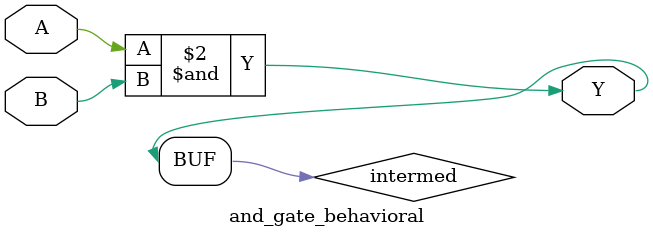
<source format=v>
module and_gate_behavioral(output reg Y, input A, input B);
    // Intermediate signal preserves the word‐instantiation; splitting the logic
    reg intermed;

    // CRITICAL: compute the AND of A and B
    always @(A or B) begin
        intermed = A & B;
    end

    // Use a separate always block to drive Y; functionally equivalent to the original
    always @(A or B) begin
        Y = intermed;
    end
endmodule

</source>
